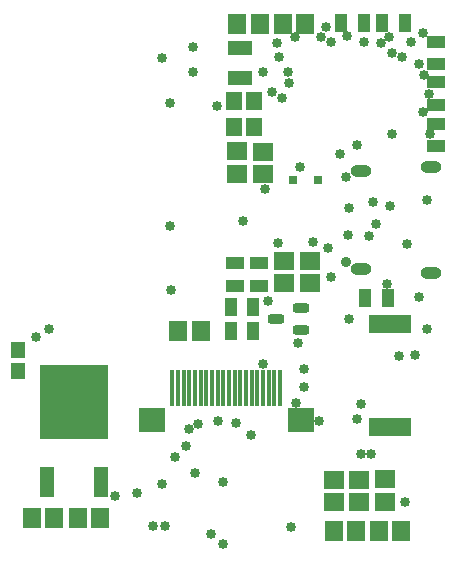
<source format=gbs>
G04*
G04 #@! TF.GenerationSoftware,Altium Limited,Altium Designer,20.0.2 (26)*
G04*
G04 Layer_Color=16711935*
%FSLAX25Y25*%
%MOIN*%
G70*
G01*
G75*
%ADD25R,0.06233X0.04422*%
%ADD26R,0.04422X0.06233*%
%ADD30R,0.06706X0.05918*%
%ADD39C,0.03359*%
%ADD40O,0.07099X0.03950*%
%ADD41C,0.03458*%
%ADD59R,0.05918X0.06706*%
G04:AMPARAMS|DCode=60|XSize=56.42mil|YSize=31.62mil|CornerRadius=9.91mil|HoleSize=0mil|Usage=FLASHONLY|Rotation=180.000|XOffset=0mil|YOffset=0mil|HoleType=Round|Shape=RoundedRectangle|*
%AMROUNDEDRECTD60*
21,1,0.05642,0.01181,0,0,180.0*
21,1,0.03661,0.03162,0,0,180.0*
1,1,0.01981,-0.01831,0.00591*
1,1,0.01981,0.01831,0.00591*
1,1,0.01981,0.01831,-0.00591*
1,1,0.01981,-0.01831,-0.00591*
%
%ADD60ROUNDEDRECTD60*%
%ADD61R,0.14186X0.05918*%
%ADD62R,0.05524X0.06312*%
%ADD63R,0.08280X0.05131*%
%ADD64R,0.03162X0.02769*%
%ADD65R,0.04737X0.05524*%
%ADD66R,0.22650X0.24698*%
%ADD67R,0.04619X0.10406*%
%ADD68R,0.08674X0.07887*%
%ADD69R,0.01575X0.12205*%
D25*
X322047Y406870D02*
D03*
Y414390D02*
D03*
Y428169D02*
D03*
Y420650D02*
D03*
X262992Y360413D02*
D03*
Y367933D02*
D03*
X255118D02*
D03*
Y360413D02*
D03*
X322047Y441732D02*
D03*
Y434213D02*
D03*
D26*
X297854Y448032D02*
D03*
X290335D02*
D03*
X304114D02*
D03*
X311634D02*
D03*
X253543Y345276D02*
D03*
X261063D02*
D03*
X253543Y353150D02*
D03*
X261063D02*
D03*
X305906Y356299D02*
D03*
X298386D02*
D03*
D30*
X279921Y368701D02*
D03*
Y361220D02*
D03*
X271260Y368701D02*
D03*
Y361220D02*
D03*
X264173Y404921D02*
D03*
Y397441D02*
D03*
X255512Y405118D02*
D03*
Y397638D02*
D03*
X305118Y295866D02*
D03*
Y288386D02*
D03*
X296457Y295669D02*
D03*
Y288189D02*
D03*
X287795Y295669D02*
D03*
Y288189D02*
D03*
D39*
X291969Y396457D02*
D03*
X300288Y304402D02*
D03*
X296900Y304300D02*
D03*
X295472Y315846D02*
D03*
X296949Y321063D02*
D03*
X312400Y374100D02*
D03*
X283500Y443300D02*
D03*
X285173Y446457D02*
D03*
X293100Y386200D02*
D03*
X301100Y388100D02*
D03*
X276772Y400000D02*
D03*
X286971Y441695D02*
D03*
X192913Y345843D02*
D03*
X293000Y349400D02*
D03*
X305600Y360900D02*
D03*
X233600Y359055D02*
D03*
X272500Y431600D02*
D03*
X281100Y374800D02*
D03*
X270675Y423000D02*
D03*
X273500Y280000D02*
D03*
X235000Y303400D02*
D03*
X241600Y297854D02*
D03*
X214900Y290200D02*
D03*
X292700Y377300D02*
D03*
X240900Y431700D02*
D03*
Y439800D02*
D03*
X317800Y430500D02*
D03*
X319000Y389000D02*
D03*
X316359Y356600D02*
D03*
X319100Y345900D02*
D03*
X315000Y337100D02*
D03*
X238603Y306900D02*
D03*
X278000Y332500D02*
D03*
X310600Y436700D02*
D03*
X317689Y444711D02*
D03*
X276000Y341200D02*
D03*
X275300Y321400D02*
D03*
X260205Y310597D02*
D03*
X242600Y314200D02*
D03*
X249145Y315145D02*
D03*
X255400Y314500D02*
D03*
X265000Y392700D02*
D03*
X290000Y404300D02*
D03*
X233200Y421400D02*
D03*
Y380400D02*
D03*
X269300Y374700D02*
D03*
X264291Y334391D02*
D03*
X227500Y280300D02*
D03*
X286900Y363100D02*
D03*
X246900Y277700D02*
D03*
X231600Y280400D02*
D03*
X251000Y274400D02*
D03*
Y294900D02*
D03*
X303500Y441300D02*
D03*
X306500Y386900D02*
D03*
X295500Y407300D02*
D03*
X239700Y312700D02*
D03*
X230700Y436400D02*
D03*
X248900Y420200D02*
D03*
X274928Y443109D02*
D03*
X264400Y431500D02*
D03*
X309752Y336900D02*
D03*
X320000Y410900D02*
D03*
X302100Y380900D02*
D03*
X277900Y326500D02*
D03*
X306279Y443100D02*
D03*
X268900Y441400D02*
D03*
X267200Y424900D02*
D03*
X292200Y443700D02*
D03*
X269700Y436600D02*
D03*
X298000Y441500D02*
D03*
X313500Y441732D02*
D03*
X299600Y377000D02*
D03*
X307200Y437900D02*
D03*
Y410900D02*
D03*
X230700Y294100D02*
D03*
X188700Y343200D02*
D03*
X222441Y291159D02*
D03*
X316400Y434213D02*
D03*
X319500Y424100D02*
D03*
X317500Y418100D02*
D03*
X311700Y288386D02*
D03*
X272930Y427970D02*
D03*
X282900Y315100D02*
D03*
X286100Y372900D02*
D03*
X257700Y382000D02*
D03*
X266100Y355200D02*
D03*
D40*
X296890Y366024D02*
D03*
Y398543D02*
D03*
X320315Y399961D02*
D03*
Y364606D02*
D03*
D41*
X291969Y368110D02*
D03*
D59*
X243504Y345276D02*
D03*
X236024D02*
D03*
X270866Y447638D02*
D03*
X278346D02*
D03*
X263189D02*
D03*
X255709D02*
D03*
X302953Y278740D02*
D03*
X310433D02*
D03*
X295276D02*
D03*
X287795D02*
D03*
X210039Y283071D02*
D03*
X202559D02*
D03*
X187205D02*
D03*
X194685D02*
D03*
D60*
X277008Y352953D02*
D03*
Y345472D02*
D03*
X268661Y349213D02*
D03*
D61*
X306693Y347441D02*
D03*
Y313189D02*
D03*
D62*
X261220Y413386D02*
D03*
Y422047D02*
D03*
X254528D02*
D03*
Y413386D02*
D03*
D63*
X256693Y429724D02*
D03*
Y439567D02*
D03*
D64*
X282677Y395669D02*
D03*
X274409D02*
D03*
D65*
X182618Y338780D02*
D03*
Y332087D02*
D03*
D66*
X201181Y321575D02*
D03*
D67*
X192205Y294921D02*
D03*
X210157D02*
D03*
D68*
X277047Y315551D02*
D03*
X227146D02*
D03*
D69*
X234055Y326378D02*
D03*
X235945D02*
D03*
X237835D02*
D03*
X239724D02*
D03*
X241614D02*
D03*
X243504D02*
D03*
X245394D02*
D03*
X247283D02*
D03*
X249173D02*
D03*
X251063D02*
D03*
X252953D02*
D03*
X254843D02*
D03*
X258622D02*
D03*
X260512D02*
D03*
X262402D02*
D03*
X264291D02*
D03*
X266181D02*
D03*
X268071D02*
D03*
X269961D02*
D03*
X256732D02*
D03*
M02*

</source>
